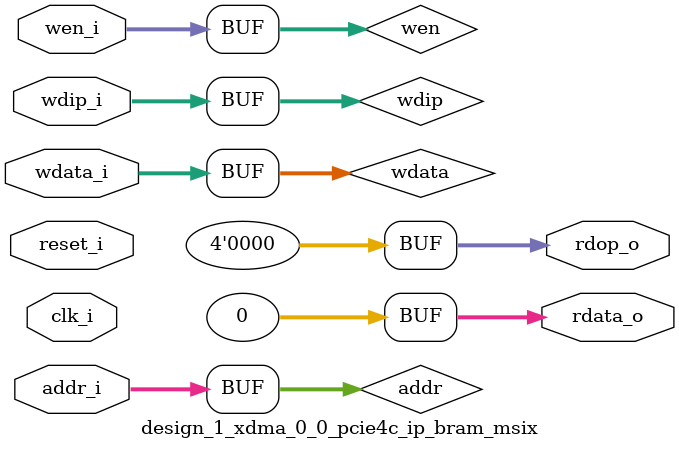
<source format=v>
`timescale 1ps/1ps

(* DowngradeIPIdentifiedWarnings = "yes" *)
module design_1_xdma_0_0_pcie4c_ip_bram_msix #(

  parameter           TCQ = 100
, parameter           TO_RAM_PIPELINE="FALSE"
, parameter           FROM_RAM_PIPELINE="FALSE"
, parameter           MSIX_CAP_TABLE_SIZE=11'h0
, parameter           MSIX_TABLE_RAM_ENABLE="FALSE"

  ) (

  input  wire         clk_i,
  input  wire         reset_i,

  input  wire  [12:0] addr_i,
  input  wire  [31:0] wdata_i,
  input  wire   [3:0] wdip_i,
  input  wire   [3:0] wen_i,
  output wire  [31:0] rdata_o,
  output wire   [3:0] rdop_o

  );

  // WIP : Use Total number of functions (PFs + VFs) to calculate the NUM_BRAM_4K
  localparam integer NUM_BRAM_4K = (MSIX_TABLE_RAM_ENABLE == "TRUE") ? 8 : 0 ;
 

  reg          [12:0] addr;
  reg          [12:0] addr_p0;
  reg          [12:0] addr_p1;
  reg          [31:0] wdata;
  reg           [3:0] wdip;
  reg           [3:0] wen;
  reg          [31:0] reg_rdata;
  reg           [3:0] reg_rdop;
  wire         [31:0] rdata;
  wire          [3:0] rdop;
  genvar              i;
  wire    [(8*4)-1:0] bram_4k_wen;
  wire   [(8*32)-1:0] rdata_t;
  wire    [(8*4)-1:0] rdop_t;

  //
  // Optional input pipe stages
  //
  generate

    if (TO_RAM_PIPELINE == "TRUE") begin : TORAMPIPELINE

      always @(posedge clk_i) begin
     
        if (reset_i) begin

          addr <= #(TCQ) 13'b0;
          wdata <= #(TCQ) 32'b0;
          wdip <= #(TCQ) 4'b0;
          wen <= #(TCQ) 4'b0;

        end else begin

          addr <= #(TCQ) addr_i;
          wdata <= #(TCQ) wdata_i;
          wdip <= #(TCQ) wdip_i;
          wen <= #(TCQ) wen_i;

        end

      end

    end else begin : NOTORAMPIPELINE

      always @(*) begin

          addr = addr_i;
          wdata = wdata_i;
          wdip = wdip_i;
          wen = wen_i;

      end


    end

  endgenerate

  // 
  // Address pipeline
  //
  always @(posedge clk_i) begin
     
    if (reset_i) begin

      addr_p0 <= #(TCQ) 13'b0;
      addr_p1 <= #(TCQ) 13'b0;

    end else begin

      addr_p0 <= #(TCQ) addr;
      addr_p1 <= #(TCQ) addr_p0;

    end

  end

  //
  // Optional output pipe stages
  //
  generate

    if (FROM_RAM_PIPELINE == "TRUE") begin : FRMRAMPIPELINE


      always @(posedge clk_i) begin
     
        if (reset_i) begin

          reg_rdata <= #(TCQ) 32'b0;
          reg_rdop <= #(TCQ) 4'b0;

        end else begin

          case (addr_p1[12:10]) 
            3'b000 : begin
              reg_rdata <= #(TCQ) rdata_t[(32*(0))+31:(32*(0))+0];
              reg_rdop <= #(TCQ) rdop_t[(4*(0))+3:(4*(0))+0];
            end
            3'b001 : begin
              reg_rdata <= #(TCQ) rdata_t[(32*(1))+31:(32*(1))+0];
              reg_rdop <= #(TCQ) rdop_t[(4*(1))+3:(4*(1))+0];
            end
            3'b010 : begin
              reg_rdata <= #(TCQ) rdata_t[(32*(2))+31:(32*(2))+0];
              reg_rdop <= #(TCQ) rdop_t[(4*(2))+3:(4*(2))+0];
            end
            3'b011 : begin
              reg_rdata <= #(TCQ) rdata_t[(32*(3))+31:(32*(3))+0];
              reg_rdop <= #(TCQ) rdop_t[(4*(3))+3:(4*(3))+0];
            end
            3'b100 : begin
              reg_rdata <= #(TCQ) rdata_t[(32*(4))+31:(32*(4))+0];
              reg_rdop <= #(TCQ) rdop_t[(4*(4))+3:(4*(4))+0];
            end
            3'b101 : begin
              reg_rdata <= #(TCQ) rdata_t[(32*(5))+31:(32*(5))+0];
              reg_rdop <= #(TCQ) rdop_t[(4*(5))+3:(4*(5))+0];
            end
            3'b110 : begin
              reg_rdata <= #(TCQ) rdata_t[(32*(6))+31:(32*(6))+0];
              reg_rdop <= #(TCQ) rdop_t[(4*(6))+3:(4*(6))+0];
            end
            3'b111 : begin
              reg_rdata <= #(TCQ) rdata_t[(32*(7))+31:(32*(7))+0];
              reg_rdop <= #(TCQ) rdop_t[(4*(7))+3:(4*(7))+0];
            end
          endcase

        end

      end

    end else begin : NOFRMRAMPIPELINE

      always @(*) begin

          case (addr_p1[12:10]) 
            3'b000 : begin
              reg_rdata <= #(TCQ) rdata_t[(32*(0))+31:(32*(0))+0];
              reg_rdop <= #(TCQ) rdop_t[(4*(0))+3:(4*(0))+0];
            end
            3'b001 : begin
              reg_rdata <= #(TCQ) rdata_t[(32*(1))+31:(32*(1))+0];
              reg_rdop <= #(TCQ) rdop_t[(4*(1))+3:(4*(1))+0];
            end
            3'b010 : begin
              reg_rdata <= #(TCQ) rdata_t[(32*(2))+31:(32*(2))+0];
              reg_rdop <= #(TCQ) rdop_t[(4*(2))+3:(4*(2))+0];
            end
            3'b011 : begin
              reg_rdata <= #(TCQ) rdata_t[(32*(3))+31:(32*(3))+0];
              reg_rdop <= #(TCQ) rdop_t[(4*(3))+3:(4*(3))+0];
            end
            3'b100 : begin
              reg_rdata <= #(TCQ) rdata_t[(32*(4))+31:(32*(4))+0];
              reg_rdop <= #(TCQ) rdop_t[(4*(4))+3:(4*(4))+0];
            end
            3'b101 : begin
              reg_rdata <= #(TCQ) rdata_t[(32*(5))+31:(32*(5))+0];
              reg_rdop <= #(TCQ) rdop_t[(4*(5))+3:(4*(5))+0];
            end
            3'b110 : begin
              reg_rdata <= #(TCQ) rdata_t[(32*(6))+31:(32*(6))+0];
              reg_rdop <= #(TCQ) rdop_t[(4*(6))+3:(4*(6))+0];
            end
            3'b111 : begin
              reg_rdata <= #(TCQ) rdata_t[(32*(7))+31:(32*(7))+0];
              reg_rdop <= #(TCQ) rdop_t[(4*(7))+3:(4*(7))+0];
            end
          endcase

      end

    end
  
  endgenerate

  assign rdata_o = (MSIX_TABLE_RAM_ENABLE == "TRUE") ?  reg_rdata : 32'h0;
  assign rdop_o = (MSIX_TABLE_RAM_ENABLE == "TRUE") ? reg_rdop : 4'h0;

  generate 
  
    for (i=0; i<NUM_BRAM_4K; i=i+1) begin : BRAM4K

      design_1_xdma_0_0_pcie4c_ip_bram_4k_int #(
          .TCQ(TCQ)
        )
        bram_4k_int (
    
          .clk_i (clk_i),
          .reset_i (reset_i),
    
          .addr_i(addr[9:0]),
          .wdata_i(wdata),
          .wdip_i(wdip),
          .wen_i(bram_4k_wen[(4*(i))+3:(4*(i))+0]),
          .rdata_o(rdata_t[(32*i)+31:(32*i)+0]),
          .rdop_o(rdop_t[(4*i)+3:(4*i)+0]),
          .baddr_i(10'b0),
          .brdata_o()

      );
      assign bram_4k_wen[(4*(i))+3:(4*(i))+0] = wen & {4{(i == addr[12:10])}};  
      
    end

  endgenerate

endmodule

</source>
